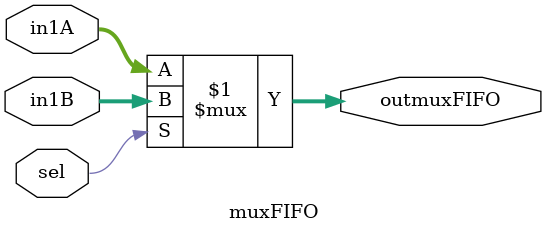
<source format=v>
module muxFIFO(sel,in1A,in1B,outmuxFIFO);
	input sel;
	input [31:0]in1A,in1B;
	output  [31:0]outmuxFIFO;
	
	assign outmuxFIFO = (sel)?in1B:in1A;
	/*always @ (sel or in1A or in1B)
	if (sel)
		outmuxFIFO <= in1A;
	else
		outmuxFIFO <= in1B;*/
endmodule
</source>
